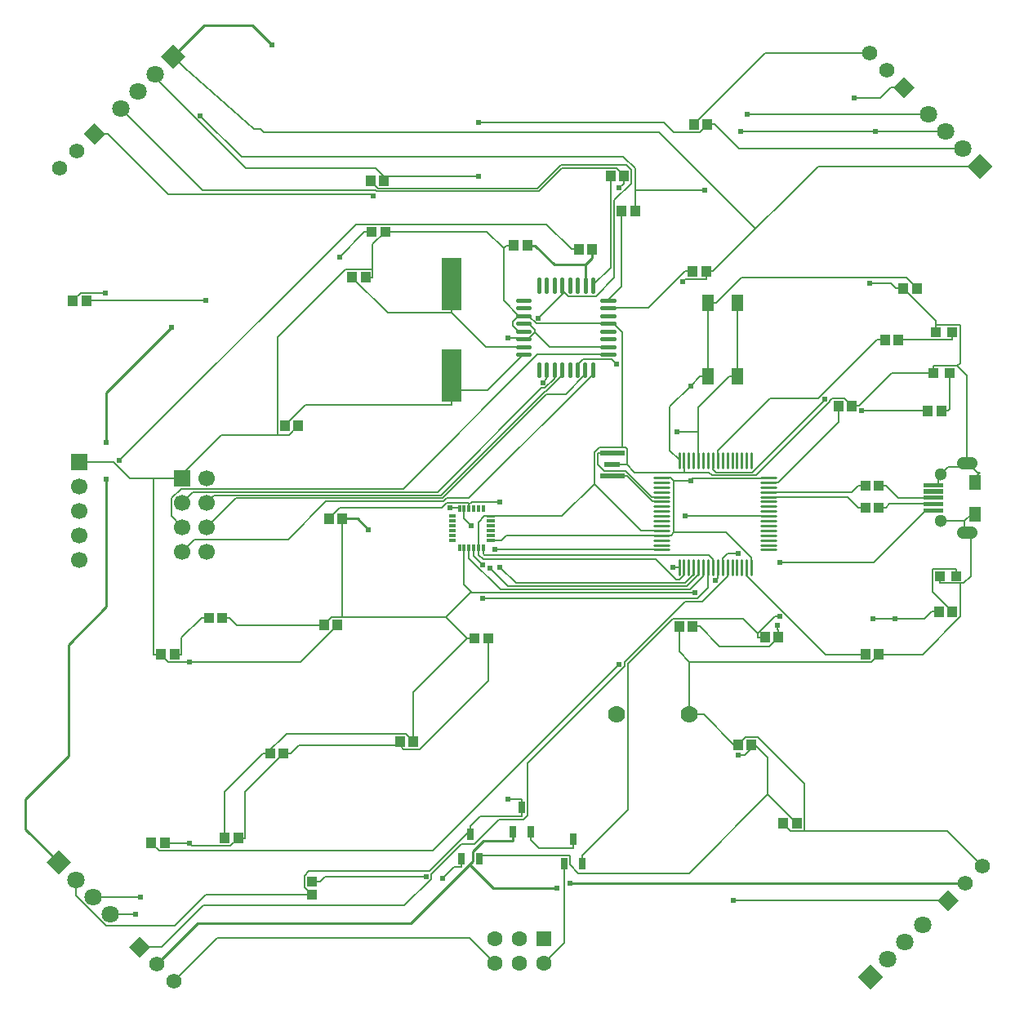
<source format=gtl>
G04 Layer: TopLayer*
G04 EasyEDA v6.4.5, 2020-09-10T17:23:05--4:00*
G04 1c95f6ef93c34f1eadd188c2f50e5772,ebf70693e8d24e819ce4a1bff5f43d4f,10*
G04 Gerber Generator version 0.2*
G04 Scale: 100 percent, Rotated: No, Reflected: No *
G04 Dimensions in millimeters *
G04 leading zeros omitted , absolute positions ,3 integer and 3 decimal *
%FSLAX33Y33*%
%MOMM*%
G90*
G71D02*

%ADD10C,0.254000*%
%ADD11C,0.159995*%
%ADD12C,0.250012*%
%ADD13C,0.450012*%
%ADD14C,0.280010*%
%ADD15C,0.610006*%
%ADD16C,0.609600*%
%ADD19R,0.999998X1.099998*%
%ADD21R,1.199896X1.599997*%
%ADD22R,0.800100X0.299720*%
%ADD23R,0.299720X0.800100*%
%ADD24R,1.999996X5.499989*%
%ADD25R,1.099998X0.999998*%
%ADD26R,0.699999X1.250010*%
%ADD27R,1.092200X0.990600*%
%ADD28R,1.199896X1.699997*%
%ADD29C,1.299997*%
%ADD30C,1.574800*%
%ADD32R,1.699997X1.699997*%
%ADD33C,1.699997*%
%ADD34C,1.599997*%
%ADD35R,1.599997X1.599997*%
%ADD37C,1.799996*%
%ADD38C,1.778000*%

%LPD*%
G54D10*
G01X34858Y53170D02*
G01X36444Y53170D01*
G01X37587Y52027D01*
G01X5429Y17511D02*
G01X2027Y20912D01*
G01X2027Y24087D01*
G01X6472Y28532D01*
G01X6472Y40089D01*
G01X10409Y44026D01*
G01X10409Y57234D01*
G01X27554Y102319D02*
G01X25522Y104351D01*
G01X20569Y104351D01*
G01X17294Y101077D01*
G01X10409Y61044D02*
G01X10409Y66251D01*
G01X17140Y72982D01*
G54D11*
G01X98509Y47201D02*
G01X98509Y47938D01*
G01X98509Y47938D02*
G01X96066Y47938D01*
G01X96020Y47892D01*
G01X96020Y45604D01*
G01X98105Y43518D01*
G01X97874Y68283D02*
G01X97874Y64517D01*
G01X97704Y64346D01*
G01X96962Y64346D02*
G01X97704Y64346D01*
G01X84847Y65510D02*
G01X84847Y65495D01*
G01X77313Y57961D01*
G01X73599Y57961D01*
G01X73279Y58281D01*
G01X73279Y59244D01*
G01X95560Y64346D02*
G01X88712Y64346D01*
G01X98128Y71738D02*
G01X93282Y71738D01*
G01X93259Y71712D01*
G01X98128Y72474D02*
G01X98128Y71738D01*
G01X92517Y71712D02*
G01X93259Y71712D01*
G01X91115Y71712D02*
G01X90374Y71712D01*
G01X73780Y59244D02*
G01X73780Y60214D01*
G01X79203Y65637D01*
G01X84201Y65637D01*
G01X90277Y71712D01*
G01X90374Y71712D01*
G01X54412Y19810D02*
G01X55215Y19007D01*
G01X58796Y19007D01*
G01X54412Y20679D02*
G01X54412Y19810D01*
G01X58796Y19876D02*
G01X58796Y19007D01*
G01X57846Y17377D02*
G01X57846Y9167D01*
G01X55748Y7069D01*
G01X35870Y78189D02*
G01X39574Y74486D01*
G01X46223Y74486D01*
G01X46223Y77478D02*
G01X46223Y74590D01*
G01X46223Y74590D02*
G01X46223Y74532D01*
G01X46223Y74532D02*
G01X46223Y74486D01*
G01X46223Y74532D02*
G01X49754Y71001D01*
G01X53666Y71001D01*
G01X28885Y62822D02*
G01X31049Y64987D01*
G01X46223Y64987D01*
G01X46223Y67979D02*
G01X46223Y66483D01*
G01X46223Y66483D02*
G01X46223Y64987D01*
G01X46223Y66483D02*
G01X49947Y66483D01*
G01X53666Y70201D01*
G01X56830Y68601D02*
G01X56830Y67697D01*
G01X55860Y66726D01*
G01X55538Y66726D01*
G01X44740Y55931D01*
G01X19393Y55931D01*
G01X18283Y54821D01*
G01X57631Y68601D02*
G01X57631Y68040D01*
G01X55995Y66404D01*
G01X55901Y66404D01*
G01X45085Y55589D01*
G01X21590Y55589D01*
G01X20823Y54821D01*
G01X70435Y78824D02*
G01X66599Y74989D01*
G01X62403Y74989D01*
G01X71176Y78824D02*
G01X70435Y78824D01*
G01X62403Y75789D02*
G01X63810Y77196D01*
G01X63810Y85047D01*
G01X60839Y77364D02*
G01X62667Y79193D01*
G01X62667Y88730D01*
G54D12*
G01X60767Y81110D02*
G01X60767Y80234D01*
G01X60038Y79508D02*
G01X56846Y79508D01*
G01X54862Y81491D01*
G01X60767Y80234D02*
G01X60038Y79508D01*
G01X60038Y79508D02*
G01X60038Y77364D01*
G01X54036Y81491D02*
G01X54862Y81491D01*
G54D11*
G01X18202Y39073D02*
G01X18202Y40816D01*
G01X20270Y42883D01*
G01X17460Y39073D02*
G01X18202Y39073D01*
G01X21014Y42883D02*
G01X20270Y42883D01*
G01X49500Y50148D02*
G01X49500Y49505D01*
G01X73279Y48144D02*
G01X73279Y48992D01*
G01X72876Y49393D01*
G01X49612Y49393D01*
G01X49500Y49505D01*
G01X48001Y50148D02*
G01X48001Y49505D01*
G01X72279Y48144D02*
G01X72279Y47217D01*
G01X70874Y45812D01*
G01X51235Y45812D01*
G01X48001Y49043D01*
G01X48001Y49505D01*
G01X79063Y56927D02*
G01X80038Y56927D01*
G01X86289Y63178D01*
G01X86289Y64854D01*
G01X76780Y48144D02*
G01X76780Y47275D01*
G01X84981Y39073D01*
G01X89083Y39073D01*
G01X79063Y55929D02*
G01X87671Y55929D01*
G01X88342Y56599D01*
G01X89086Y56599D02*
G01X88342Y56599D01*
G01X90485Y56599D02*
G01X91227Y56599D01*
G01X91227Y56599D02*
G01X92508Y55319D01*
G01X96137Y55319D01*
G01X79063Y55429D02*
G01X87227Y55429D01*
G01X88342Y54313D01*
G01X89086Y54313D02*
G01X88342Y54313D01*
G01X96137Y54669D02*
G01X91583Y54669D01*
G01X91227Y54313D01*
G01X90485Y54313D02*
G01X91227Y54313D01*
G01X71181Y41994D02*
G01X71923Y41994D01*
G01X80071Y40851D02*
G01X79137Y39917D01*
G01X74001Y39917D01*
G01X71923Y41994D01*
G01X73780Y48144D02*
G01X73780Y46980D01*
G01X73541Y46742D01*
G01X80013Y42055D02*
G01X80013Y41702D01*
G01X80071Y41644D01*
G01X80071Y40851D02*
G01X80071Y41644D01*
G01X64354Y57560D02*
G01X66985Y54928D01*
G01X67963Y54928D01*
G01X62860Y57560D02*
G01X64354Y57560D01*
G01X67963Y55429D02*
G01X66942Y55429D01*
G01X64247Y58123D01*
G01X62037Y58123D01*
G01X61369Y58791D01*
G01X61369Y59957D01*
G01X62860Y59957D02*
G01X61369Y59957D01*
G01X60028Y68601D02*
G01X60028Y68060D01*
G01X58050Y66081D01*
G01X56035Y66081D01*
G01X45220Y55266D01*
G01X23808Y55266D01*
G01X20823Y52281D01*
G01X18283Y49741D02*
G01X19553Y51011D01*
G01X29236Y51011D01*
G01X33168Y54943D01*
G01X45355Y54943D01*
G01X45698Y55286D01*
G01X48004Y55286D01*
G01X60828Y68111D01*
G01X60828Y68601D01*
G01X18283Y52281D02*
G01X17156Y53409D01*
G01X17156Y55271D01*
G01X18154Y56269D01*
G01X41192Y56269D01*
G01X55113Y70191D01*
G01X62403Y70191D01*
G54D12*
G01X52512Y20204D02*
G01X52512Y19729D01*
G01X52512Y20204D02*
G01X52512Y20679D01*
G01X52512Y19729D02*
G01X49485Y19729D01*
G01X48403Y18644D01*
G01X48403Y17598D01*
G01X48057Y17252D01*
G01X48057Y17252D02*
G01X41992Y11187D01*
G01X19861Y11187D01*
G01X15616Y6942D01*
G01X48057Y17252D02*
G01X50478Y14832D01*
G01X57115Y14832D01*
G01X58464Y15324D02*
G01X99436Y15324D01*
G54D11*
G01X59365Y81110D02*
G01X58624Y81110D01*
G01X58624Y81110D02*
G01X56030Y83704D01*
G01X36272Y83704D01*
G01X11761Y59193D01*
G01X10818Y12122D02*
G01X13386Y12122D01*
G01X63528Y87443D02*
G01X64024Y87938D01*
G01X64069Y87938D01*
G01X64069Y88730D02*
G01X64069Y87938D01*
G01X95598Y95108D02*
G01X76863Y95108D01*
G01X11905Y95688D02*
G01X20392Y87204D01*
G01X38309Y87204D01*
G01X38405Y87107D01*
G01X55240Y87107D01*
G01X57656Y89523D01*
G01X63277Y89523D01*
G01X64069Y88730D01*
G01X9023Y13917D02*
G01X13970Y13917D01*
G01X20150Y94959D02*
G01X24405Y90704D01*
G01X63983Y90704D01*
G01X65212Y89475D01*
G01X65212Y87260D01*
G01X65212Y87260D02*
G01X65212Y85047D01*
G01X65212Y87260D02*
G01X72408Y87260D01*
G01X76190Y93310D02*
G01X90145Y93310D01*
G01X90145Y93310D02*
G01X97397Y93310D01*
G01X100988Y89719D02*
G01X99472Y89719D01*
G01X72578Y78824D02*
G01X73320Y78824D01*
G01X72578Y78824D02*
G01X72578Y78032D01*
G01X72578Y78032D02*
G01X70419Y78032D01*
G01X70168Y77781D01*
G01X17295Y101077D02*
G01X17294Y101077D01*
G01X77697Y83201D02*
G01X73320Y78824D01*
G01X99472Y89719D02*
G01X84214Y89719D01*
G01X80889Y86394D01*
G01X80889Y86394D01*
G01X77697Y83201D01*
G01X17294Y101077D02*
G01X18537Y99906D01*
G01X25743Y93536D01*
G01X26361Y93536D01*
G01X26686Y93214D01*
G01X67681Y93214D01*
G01X77697Y83201D01*
G01X55634Y67275D02*
G01X56030Y67669D01*
G01X56030Y68601D01*
G01X63300Y69178D02*
G01X62810Y69668D01*
G01X59828Y69668D01*
G01X59228Y69068D01*
G01X59228Y68601D01*
G01X79063Y53427D02*
G01X70379Y53427D01*
G01X48128Y20384D02*
G01X48128Y20818D01*
G01X48128Y20818D02*
G01X48128Y21250D01*
G01X31745Y14115D02*
G01X20679Y14115D01*
G01X17529Y10968D01*
G01X10343Y10968D01*
G01X7227Y14085D01*
G01X7227Y15713D01*
G01X53462Y22309D02*
G01X49188Y22309D01*
G01X48128Y21250D01*
G01X53462Y22744D02*
G01X53462Y22309D01*
G01X53462Y22744D02*
G01X53462Y23178D01*
G01X53462Y23178D02*
G01X53462Y24044D01*
G01X96703Y43518D02*
G01X95962Y43518D01*
G01X54194Y71865D02*
G01X52060Y71865D01*
G01X31745Y14115D02*
G01X30953Y14908D01*
G01X30953Y16117D01*
G01X31405Y16569D01*
G01X43879Y16569D01*
G01X48128Y20818D01*
G01X89881Y42800D02*
G01X92136Y42800D01*
G01X95962Y43518D02*
G01X95243Y42800D01*
G01X92136Y42800D01*
G01X54194Y71865D02*
G01X53729Y71865D01*
G01X53666Y71801D01*
G01X62403Y70991D02*
G01X56373Y70991D01*
G01X54844Y72518D01*
G01X53666Y73399D02*
G01X54156Y73399D01*
G01X54844Y72711D01*
G01X54844Y72518D01*
G01X54844Y72518D02*
G01X54194Y71865D01*
G01X8316Y75776D02*
G01X9058Y75776D01*
G01X9058Y75776D02*
G01X9068Y75789D01*
G01X20737Y75789D01*
G01X53462Y24044D02*
G01X52060Y24044D01*
G01X39177Y88222D02*
G01X39177Y88631D01*
G01X15500Y99282D02*
G01X15500Y98837D01*
G01X24826Y89508D01*
G01X38301Y89508D01*
G01X39177Y88631D01*
G01X39177Y88631D02*
G01X48967Y88631D01*
G01X72705Y94064D02*
G01X73447Y94064D01*
G01X48967Y94288D02*
G01X68192Y94288D01*
G01X69208Y93272D01*
G01X71913Y93272D01*
G01X72705Y94064D01*
G01X99193Y91514D02*
G01X75995Y91514D01*
G01X73447Y94064D01*
G01X57885Y76635D02*
G01X55184Y73935D01*
G01X37775Y88222D02*
G01X38568Y87430D01*
G01X55106Y87430D01*
G01X57521Y89846D01*
G01X64346Y89846D01*
G01X64811Y89381D01*
G01X64811Y87938D01*
G01X63069Y86196D01*
G01X63069Y78182D01*
G01X61138Y76251D01*
G01X58268Y76251D01*
G01X57885Y76635D01*
G01X57885Y76635D02*
G01X57641Y76879D01*
G01X57641Y77364D01*
G01X38083Y86655D02*
G01X37956Y86782D01*
G01X16797Y86782D01*
G01X10514Y93066D01*
G01X9157Y93066D02*
G01X10514Y93066D01*
G01X67963Y49927D02*
G01X50689Y49927D01*
G01X50676Y49942D01*
G01X74778Y48144D02*
G01X74778Y47207D01*
G01X72162Y44588D01*
G01X70419Y44588D01*
G01X64120Y38289D01*
G01X64120Y37834D01*
G01X54054Y27768D01*
G01X54054Y22375D01*
G01X53610Y21928D01*
G01X51113Y21928D01*
G01X48596Y19411D01*
G01X47244Y19411D01*
G01X44080Y16249D01*
G01X44080Y15794D01*
G01X41303Y13018D01*
G01X20417Y13018D01*
G01X16137Y8738D01*
G01X13821Y8738D01*
G01X91748Y97857D02*
G01X90673Y96780D01*
G01X87943Y96780D01*
G01X75926Y49571D02*
G01X74839Y49571D01*
G01X74280Y49012D01*
G01X74280Y48144D01*
G01X93104Y97857D02*
G01X91748Y97857D01*
G01X97641Y13529D02*
G01X75390Y13529D01*
G01X69779Y48144D02*
G01X69165Y48144D01*
G01X46028Y54263D02*
G01X46909Y54263D01*
G01X47011Y54161D01*
G01X72779Y48144D02*
G01X72779Y46010D01*
G01X71677Y44910D01*
G01X49403Y44910D01*
G01X47493Y54161D02*
G01X47493Y53170D01*
G01X48255Y52408D01*
G01X71778Y48144D02*
G01X71778Y47328D01*
G01X70585Y46135D01*
G01X52063Y46135D01*
G01X50188Y48007D01*
G01X49439Y48380D02*
G01X48509Y49310D01*
G01X48509Y50148D01*
G01X37905Y82888D02*
G01X37161Y82888D01*
G01X37161Y82888D02*
G01X34567Y80293D01*
G01X75814Y67902D02*
G01X75393Y67902D01*
G01X75393Y67902D02*
G01X74971Y67902D01*
G01X75393Y67902D02*
G01X75814Y68324D01*
G01X75814Y75522D01*
G01X15042Y19515D02*
G01X15842Y18715D01*
G01X44229Y18715D01*
G01X63574Y38060D01*
G01X69543Y62126D02*
G01X71778Y62126D01*
G01X71778Y62126D01*
G01X74971Y67902D02*
G01X71778Y64710D01*
G01X71778Y62126D01*
G01X71778Y62126D02*
G01X71778Y59244D01*
G01X22662Y20023D02*
G01X22662Y24829D01*
G01X26620Y28786D01*
G01X22413Y42883D02*
G01X23155Y42883D01*
G01X48573Y40724D02*
G01X47829Y40724D01*
G01X32949Y42121D02*
G01X23917Y42121D01*
G01X23155Y42883D01*
G01X42225Y30056D02*
G01X42225Y35119D01*
G01X47829Y40724D01*
G01X72766Y75522D02*
G01X73610Y75522D01*
G01X72766Y75522D02*
G01X72766Y67902D01*
G01X72766Y67902D02*
G01X71923Y67902D01*
G01X73610Y75522D02*
G01X76208Y78121D01*
G01X93345Y78121D01*
G01X94422Y77046D01*
G01X32949Y42121D02*
G01X33742Y42914D01*
G01X34859Y42914D01*
G01X69215Y57123D02*
G01X68911Y57427D01*
G01X67963Y57427D01*
G01X27364Y28786D02*
G01X26990Y28786D01*
G01X26990Y28786D02*
G01X26620Y28786D01*
G01X26990Y28786D02*
G01X29053Y30849D01*
G01X41433Y30849D01*
G01X42225Y30056D01*
G01X77277Y29675D02*
G01X77648Y29675D01*
G01X78982Y24540D02*
G01X70828Y16386D01*
G01X59353Y16386D01*
G01X58451Y17288D01*
G01X58451Y18197D01*
G01X58400Y18245D01*
G01X49439Y18245D01*
G01X49078Y17885D01*
G01X77648Y29675D02*
G01X78982Y28339D01*
G01X78982Y24540D01*
G01X78982Y24540D02*
G01X81976Y21547D01*
G01X34859Y42914D02*
G01X45639Y42914D01*
G01X45639Y42914D02*
G01X47829Y40724D01*
G01X69215Y57123D02*
G01X69215Y51715D01*
G01X69215Y51715D02*
G01X68931Y51428D01*
G01X67963Y51428D01*
G01X77280Y48144D02*
G01X77280Y49094D01*
G01X74659Y51715D01*
G01X69215Y51715D01*
G01X34859Y42914D02*
G01X34859Y53170D01*
G01X67963Y51428D02*
G01X51839Y51428D01*
G01X51321Y50910D01*
G01X50262Y50910D01*
G01X79063Y57427D02*
G01X78951Y57316D01*
G01X71151Y57316D01*
G01X70958Y57123D01*
G01X70958Y57123D02*
G01X69215Y57123D01*
G01X77648Y29675D02*
G01X76599Y28626D01*
G01X75946Y28626D01*
G01X45639Y42914D02*
G01X48260Y45535D01*
G01X71451Y45456D02*
G01X48339Y45456D01*
G01X48260Y45535D01*
G01X48260Y45535D02*
G01X47493Y46302D01*
G01X47493Y50148D01*
G01X71923Y67902D02*
G01X70958Y66937D01*
G01X69779Y59244D02*
G01X68829Y60194D01*
G01X68829Y64809D01*
G01X70958Y66937D01*
G01X48001Y54804D02*
G01X45670Y54804D01*
G01X45164Y54298D01*
G01X34585Y54298D01*
G01X33457Y53170D01*
G01X48001Y54402D02*
G01X48001Y54161D01*
G01X48001Y54402D02*
G01X48001Y54603D01*
G01X48001Y54603D02*
G01X48001Y54804D01*
G01X48001Y54603D02*
G01X48321Y54921D01*
G01X51222Y54921D01*
G01X71278Y48144D02*
G01X71278Y47306D01*
G01X70430Y46457D01*
G01X52904Y46457D01*
G01X51222Y48139D01*
G01X78669Y40851D02*
G01X77928Y40851D01*
G01X80186Y48573D02*
G01X89957Y48573D01*
G01X95403Y54019D01*
G01X96137Y54019D02*
G01X95403Y54019D01*
G01X95403Y54019D01*
G01X77928Y41258D02*
G01X79685Y43016D01*
G01X80186Y43016D01*
G01X77928Y40851D02*
G01X77928Y41258D01*
G01X77928Y41258D02*
G01X76399Y42787D01*
G01X69144Y42787D01*
G01X64443Y38085D01*
G01X64443Y22942D01*
G01X59746Y18243D01*
G01X59746Y17377D02*
G01X59746Y18243D01*
G01X17737Y57361D02*
G01X17798Y57361D01*
G01X17737Y57361D02*
G01X17191Y57361D01*
G01X18283Y57361D02*
G01X17798Y57361D01*
G01X16444Y19515D02*
G01X17186Y19515D01*
G01X75875Y29675D02*
G01X75504Y29675D01*
G01X71303Y94064D02*
G01X78690Y101448D01*
G01X89513Y101448D01*
G01X96922Y57760D02*
G01X96645Y57483D01*
G01X96645Y56620D01*
G01X100433Y53646D02*
G01X100100Y53646D01*
G01X100099Y53645D01*
G01X99370Y52919D02*
G01X100099Y53645D01*
G01X100958Y57969D02*
G01X100699Y57969D01*
G01X100130Y58535D01*
G01X100130Y58535D02*
G01X97697Y58535D01*
G01X96922Y57760D01*
G01X100449Y56925D02*
G01X100449Y57460D01*
G01X100958Y57968D01*
G01X96172Y68283D02*
G01X96172Y69020D01*
G01X88433Y64854D02*
G01X91862Y68283D01*
G01X96172Y68283D01*
G01X87691Y64854D02*
G01X88433Y64854D01*
G01X70851Y32850D02*
G01X72329Y32850D01*
G01X75504Y29675D01*
G01X100130Y58535D02*
G01X100036Y58535D01*
G01X99622Y58949D01*
G01X96807Y47201D02*
G01X96807Y46465D01*
G01X100000Y51710D02*
G01X99622Y51710D01*
G01X99370Y52919D02*
G01X99370Y52337D01*
G01X100000Y51710D01*
G01X24806Y20023D02*
G01X24806Y24829D01*
G01X28763Y28786D01*
G01X24064Y20023D02*
G01X24806Y20023D01*
G01X53666Y72601D02*
G01X53130Y72601D01*
G01X52566Y73165D01*
G01X52566Y73630D01*
G01X53137Y74199D01*
G01X53137Y74199D02*
G01X53666Y74199D01*
G01X70851Y32850D02*
G01X70851Y38281D01*
G01X28763Y28786D02*
G01X29505Y28786D01*
G01X70851Y38281D02*
G01X89693Y38281D01*
G01X90485Y39073D01*
G01X98974Y46465D02*
G01X98974Y42995D01*
G01X95052Y39073D01*
G01X90485Y39073D01*
G01X100000Y51710D02*
G01X100000Y47179D01*
G01X99284Y46465D01*
G01X98974Y46465D01*
G01X98974Y46465D02*
G01X96807Y46465D01*
G01X99622Y58949D02*
G01X99622Y68037D01*
G01X98639Y69020D01*
G01X98639Y69020D02*
G01X96172Y69020D01*
G01X96426Y73216D02*
G01X98870Y73216D01*
G01X98918Y73170D01*
G01X98918Y69299D01*
G01X98639Y69020D01*
G01X93020Y77046D02*
G01X96426Y73640D01*
G01X96426Y73216D01*
G01X96426Y73216D02*
G01X96426Y72474D01*
G01X45225Y15832D02*
G01X46409Y17016D01*
G01X47178Y17016D01*
G01X47178Y17885D02*
G01X47178Y17016D01*
G01X93020Y77046D02*
G01X92279Y77046D01*
G01X92279Y77046D02*
G01X91750Y77575D01*
G01X89513Y77575D01*
G01X17412Y5147D02*
G01X21931Y9665D01*
G01X48072Y9665D01*
G01X50668Y7069D01*
G01X52634Y81491D02*
G01X51893Y81491D01*
G01X51583Y81179D02*
G01X51583Y75754D01*
G01X53137Y74199D01*
G01X51583Y81179D02*
G01X51893Y81491D01*
G01X40823Y30056D02*
G01X40823Y29660D01*
G01X49972Y40724D02*
G01X49972Y36315D01*
G01X42921Y29264D01*
G01X41220Y29264D01*
G01X40823Y29660D01*
G01X70851Y38281D02*
G01X69779Y39353D01*
G01X69779Y41994D01*
G01X62403Y73389D02*
G01X62980Y73389D01*
G01X63846Y72523D01*
G01X63846Y60549D01*
G01X99370Y52919D02*
G01X96922Y52919D01*
G01X96922Y52919D01*
G01X51583Y81179D02*
G01X49873Y82888D01*
G01X39304Y82888D01*
G01X16058Y39073D02*
G01X15317Y39073D01*
G01X15317Y57361D02*
G01X15317Y39073D01*
G01X17191Y57361D02*
G01X15317Y57361D01*
G01X15317Y57361D02*
G01X12820Y57361D01*
G01X11169Y59012D01*
G01X7615Y59012D01*
G01X17186Y19515D02*
G01X18977Y19515D01*
G01X18977Y19515D02*
G01X19261Y19231D01*
G01X23272Y19231D01*
G01X24064Y20023D01*
G01X43531Y16020D02*
G01X33043Y16020D01*
G01X32538Y15517D01*
G01X31745Y15517D02*
G01X32538Y15517D01*
G01X40823Y29660D02*
G01X30379Y29660D01*
G01X29505Y28786D01*
G01X34351Y42121D02*
G01X30508Y38278D01*
G01X18977Y38278D01*
G01X18977Y38278D02*
G01X16853Y38278D01*
G01X16058Y39073D01*
G01X37272Y78189D02*
G01X38014Y78189D01*
G01X82726Y20755D02*
G01X82726Y25672D01*
G01X77928Y30468D01*
G01X76668Y30468D01*
G01X75875Y29675D01*
G01X82726Y20755D02*
G01X81369Y20755D01*
G01X80574Y21547D01*
G01X38014Y78189D02*
G01X38014Y79040D01*
G01X38014Y79040D02*
G01X38014Y81598D01*
G01X39304Y82888D01*
G01X82726Y20755D02*
G01X97597Y20755D01*
G01X101232Y17120D01*
G01X63846Y60549D02*
G01X61476Y60549D01*
G01X60983Y60056D01*
G01X60983Y56780D01*
G01X50262Y53399D02*
G01X57600Y53399D01*
G01X60983Y56780D01*
G01X60983Y56780D02*
G01X65835Y51928D01*
G01X67963Y51928D01*
G01X62860Y58758D02*
G01X63902Y58758D01*
G01X64389Y58758D02*
G01X63902Y58758D01*
G01X64389Y58758D02*
G01X64389Y60369D01*
G01X64207Y60549D01*
G01X63846Y60549D01*
G01X28144Y61860D02*
G01X29325Y61860D01*
G01X30287Y62822D01*
G01X38014Y79040D02*
G01X35210Y79040D01*
G01X28144Y71974D01*
G01X28144Y61860D01*
G01X28144Y61860D02*
G01X22297Y61860D01*
G01X17798Y57361D01*
G01X49017Y50148D02*
G01X49017Y52797D01*
G01X49619Y53399D01*
G01X50262Y53399D01*
G01X70280Y59244D02*
G01X70280Y57961D01*
G01X64389Y58758D02*
G01X65187Y57961D01*
G01X70280Y57961D01*
G01X87691Y64854D02*
G01X86899Y65647D01*
G01X85659Y65647D01*
G01X85395Y65380D01*
G01X85395Y65284D01*
G01X77750Y57638D01*
G01X73185Y57638D01*
G01X72863Y57961D01*
G01X70280Y57961D01*
G01X70280Y48144D02*
G01X70280Y47313D01*
G01X69812Y46846D01*
G01X69457Y46846D01*
G01X67374Y48929D01*
G01X49459Y48929D01*
G01X49017Y49371D01*
G01X49017Y50148D01*
G01X62403Y73389D02*
G01X62403Y73389D01*
G01X54958Y73389D01*
G01X54148Y74199D01*
G01X53666Y74199D01*
G01X10315Y76579D02*
G01X7717Y76579D01*
G01X6914Y75776D01*
G54D13*
G01X55240Y77964D02*
G01X55240Y76764D01*
G01X56040Y77964D02*
G01X56040Y76764D01*
G01X56841Y77964D02*
G01X56841Y76764D01*
G01X57641Y77964D02*
G01X57641Y76764D01*
G01X58438Y77964D02*
G01X58438Y76764D01*
G01X59238Y77964D02*
G01X59238Y76764D01*
G01X60038Y77964D02*
G01X60038Y76764D01*
G01X60839Y77964D02*
G01X60839Y76764D01*
G01X61803Y75789D02*
G01X63003Y75789D01*
G01X61803Y74989D02*
G01X63003Y74989D01*
G01X61803Y74189D02*
G01X63003Y74189D01*
G01X61803Y73389D02*
G01X63003Y73389D01*
G01X61803Y72591D02*
G01X63003Y72591D01*
G01X61803Y71791D02*
G01X63003Y71791D01*
G01X61803Y70991D02*
G01X63003Y70991D01*
G01X61803Y70191D02*
G01X63003Y70191D01*
G01X60828Y69201D02*
G01X60828Y68001D01*
G01X60028Y69201D02*
G01X60028Y68001D01*
G01X59228Y69201D02*
G01X59228Y68001D01*
G01X58428Y69201D02*
G01X58428Y68001D01*
G01X57631Y69201D02*
G01X57631Y68001D01*
G01X56830Y69201D02*
G01X56830Y68001D01*
G01X56030Y69201D02*
G01X56030Y68001D01*
G01X55230Y69201D02*
G01X55230Y68001D01*
G01X53066Y70201D02*
G01X54266Y70201D01*
G01X53066Y71001D02*
G01X54266Y71001D01*
G01X53066Y71801D02*
G01X54266Y71801D01*
G01X53066Y72601D02*
G01X54266Y72601D01*
G01X53066Y73399D02*
G01X54266Y73399D01*
G01X53066Y74199D02*
G01X54266Y74199D01*
G01X53066Y74999D02*
G01X54266Y74999D01*
G01X53066Y75799D02*
G01X54266Y75799D01*
G54D14*
G01X69778Y59988D02*
G01X69778Y58468D01*
G01X70278Y59988D02*
G01X70278Y58468D01*
G01X70778Y59988D02*
G01X70778Y58468D01*
G01X71278Y59988D02*
G01X71278Y58468D01*
G01X71778Y59988D02*
G01X71778Y58468D01*
G01X72278Y59988D02*
G01X72278Y58468D01*
G01X72778Y59988D02*
G01X72778Y58468D01*
G01X73278Y59988D02*
G01X73278Y58468D01*
G01X73778Y59988D02*
G01X73778Y58468D01*
G01X74278Y59988D02*
G01X74278Y58468D01*
G01X74778Y59988D02*
G01X74778Y58468D01*
G01X75278Y59988D02*
G01X75278Y58468D01*
G01X75778Y59988D02*
G01X75778Y58468D01*
G01X76278Y59988D02*
G01X76278Y58468D01*
G01X76778Y59988D02*
G01X76778Y58468D01*
G01X77278Y59988D02*
G01X77278Y58468D01*
G01X78318Y57429D02*
G01X79838Y57429D01*
G01X78318Y56928D02*
G01X79838Y56928D01*
G01X78318Y56429D02*
G01X79838Y56429D01*
G01X78318Y55928D02*
G01X79838Y55928D01*
G01X78318Y55429D02*
G01X79838Y55429D01*
G01X78318Y54928D02*
G01X79838Y54928D01*
G01X78318Y54429D02*
G01X79838Y54429D01*
G01X78318Y53928D02*
G01X79838Y53928D01*
G01X78318Y53429D02*
G01X79838Y53429D01*
G01X78318Y52928D02*
G01X79838Y52928D01*
G01X78318Y52429D02*
G01X79838Y52429D01*
G01X78318Y51928D02*
G01X79838Y51928D01*
G01X78318Y51429D02*
G01X79838Y51429D01*
G01X78318Y50928D02*
G01X79838Y50928D01*
G01X78318Y50429D02*
G01X79838Y50429D01*
G01X78318Y49928D02*
G01X79838Y49928D01*
G01X77278Y48889D02*
G01X77278Y47369D01*
G01X76778Y48889D02*
G01X76778Y47369D01*
G01X76278Y48889D02*
G01X76278Y47369D01*
G01X75778Y48889D02*
G01X75778Y47369D01*
G01X75278Y48889D02*
G01X75278Y47369D01*
G01X74778Y48889D02*
G01X74778Y47369D01*
G01X74278Y48889D02*
G01X74278Y47369D01*
G01X73778Y48889D02*
G01X73778Y47369D01*
G01X73278Y48889D02*
G01X73278Y47369D01*
G01X72778Y48889D02*
G01X72778Y47369D01*
G01X72278Y48889D02*
G01X72278Y47369D01*
G01X71778Y48889D02*
G01X71778Y47369D01*
G01X71278Y48889D02*
G01X71278Y47369D01*
G01X70778Y48889D02*
G01X70778Y47369D01*
G01X70278Y48889D02*
G01X70278Y47369D01*
G01X69778Y48889D02*
G01X69778Y47369D01*
G01X67218Y49928D02*
G01X68738Y49928D01*
G01X67218Y50429D02*
G01X68738Y50429D01*
G01X67218Y50928D02*
G01X68738Y50928D01*
G01X67218Y51429D02*
G01X68738Y51429D01*
G01X67218Y51928D02*
G01X68738Y51928D01*
G01X67218Y52429D02*
G01X68738Y52429D01*
G01X67218Y52928D02*
G01X68738Y52928D01*
G01X67218Y53429D02*
G01X68738Y53429D01*
G01X67218Y53928D02*
G01X68738Y53928D01*
G01X67218Y54429D02*
G01X68738Y54429D01*
G01X67218Y54928D02*
G01X68738Y54928D01*
G01X67218Y55429D02*
G01X68738Y55429D01*
G01X67218Y55928D02*
G01X68738Y55928D01*
G01X67218Y56429D02*
G01X68738Y56429D01*
G01X67218Y56928D02*
G01X68738Y56928D01*
G01X67218Y57429D02*
G01X68738Y57429D01*
G36*
G01X61610Y60207D02*
G01X64110Y60207D01*
G01X64110Y59707D01*
G01X61610Y59707D01*
G01X61610Y60207D01*
G37*
G36*
G01X62060Y59008D02*
G01X63660Y59008D01*
G01X63660Y58509D01*
G01X62060Y58509D01*
G01X62060Y59008D01*
G37*
G36*
G01X61610Y57810D02*
G01X64110Y57810D01*
G01X64110Y57310D01*
G01X61610Y57310D01*
G01X61610Y57810D01*
G37*
G36*
G01X78170Y41401D02*
G01X79170Y41401D01*
G01X79170Y40301D01*
G01X78170Y40301D01*
G01X78170Y41401D01*
G37*
G36*
G01X79570Y41401D02*
G01X80570Y41401D01*
G01X80570Y40301D01*
G01X79570Y40301D01*
G01X79570Y41401D01*
G37*
G36*
G01X32958Y53720D02*
G01X33958Y53720D01*
G01X33958Y52620D01*
G01X32958Y52620D01*
G01X32958Y53720D01*
G37*
G36*
G01X34358Y53720D02*
G01X35358Y53720D01*
G01X35358Y52620D01*
G01X34358Y52620D01*
G01X34358Y53720D01*
G37*
G36*
G01X14543Y20065D02*
G01X15543Y20065D01*
G01X15543Y18965D01*
G01X14543Y18965D01*
G01X14543Y20065D01*
G37*
G36*
G01X15943Y20065D02*
G01X16943Y20065D01*
G01X16943Y18965D01*
G01X15943Y18965D01*
G01X15943Y20065D01*
G37*
G36*
G01X69280Y42544D02*
G01X70280Y42544D01*
G01X70280Y41444D01*
G01X69280Y41444D01*
G01X69280Y42544D01*
G37*
G36*
G01X70680Y42544D02*
G01X71680Y42544D01*
G01X71680Y41444D01*
G01X70680Y41444D01*
G01X70680Y42544D01*
G37*
G54D19*
G01X90484Y54313D03*
G01X89085Y54313D03*
G01X90484Y56599D03*
G01X89085Y56599D03*
G36*
G01X88584Y39623D02*
G01X89584Y39623D01*
G01X89584Y38523D01*
G01X88584Y38523D01*
G01X88584Y39623D01*
G37*
G36*
G01X89984Y39623D02*
G01X90984Y39623D01*
G01X90984Y38523D01*
G01X89984Y38523D01*
G01X89984Y39623D01*
G37*
G36*
G01X85790Y65404D02*
G01X86790Y65404D01*
G01X86790Y64304D01*
G01X85790Y64304D01*
G01X85790Y65404D01*
G37*
G36*
G01X87190Y65404D02*
G01X88190Y65404D01*
G01X88190Y64304D01*
G01X87190Y64304D01*
G01X87190Y65404D01*
G37*
G01X49971Y40724D03*
G01X48572Y40724D03*
G36*
G01X92521Y77596D02*
G01X93521Y77596D01*
G01X93521Y76496D01*
G01X92521Y76496D01*
G01X92521Y77596D01*
G37*
G36*
G01X93921Y77596D02*
G01X94921Y77596D01*
G01X94921Y76496D01*
G01X93921Y76496D01*
G01X93921Y77596D01*
G37*
G36*
G01X40324Y30606D02*
G01X41324Y30606D01*
G01X41324Y29506D01*
G01X40324Y29506D01*
G01X40324Y30606D01*
G37*
G36*
G01X41724Y30606D02*
G01X42724Y30606D01*
G01X42724Y29506D01*
G01X41724Y29506D01*
G01X41724Y30606D01*
G37*
G36*
G01X80075Y22097D02*
G01X81075Y22097D01*
G01X81075Y20997D01*
G01X80075Y20997D01*
G01X80075Y22097D01*
G37*
G36*
G01X81475Y22097D02*
G01X82475Y22097D01*
G01X82475Y20997D01*
G01X81475Y20997D01*
G01X81475Y22097D01*
G37*
G01X28762Y28786D03*
G01X27363Y28786D03*
G36*
G01X95137Y56844D02*
G01X97137Y56844D01*
G01X97137Y56394D01*
G01X95137Y56394D01*
G01X95137Y56844D01*
G37*
G36*
G01X95137Y56194D02*
G01X97137Y56194D01*
G01X97137Y55744D01*
G01X95137Y55744D01*
G01X95137Y56194D01*
G37*
G36*
G01X95137Y55544D02*
G01X97137Y55544D01*
G01X97137Y55094D01*
G01X95137Y55094D01*
G01X95137Y55544D01*
G37*
G36*
G01X95137Y54894D02*
G01X97137Y54894D01*
G01X97137Y54444D01*
G01X95137Y54444D01*
G01X95137Y54894D01*
G37*
G36*
G01X95137Y54244D02*
G01X97137Y54244D01*
G01X97137Y53794D01*
G01X95137Y53794D01*
G01X95137Y54244D01*
G37*
G54D21*
G01X100449Y56925D03*
G01X100433Y53646D03*
G54D22*
G01X46249Y53399D03*
G01X46249Y52916D03*
G01X46249Y52408D03*
G01X46249Y51900D03*
G01X46249Y51392D03*
G01X46249Y50910D03*
G54D23*
G01X47011Y50148D03*
G01X47493Y50148D03*
G01X48001Y50148D03*
G01X48509Y50148D03*
G01X49017Y50148D03*
G01X49500Y50148D03*
G36*
G01X49862Y51060D02*
G01X50662Y51060D01*
G01X50662Y50760D01*
G01X49862Y50760D01*
G01X49862Y51060D01*
G37*
G36*
G01X49862Y51542D02*
G01X50662Y51542D01*
G01X50662Y51243D01*
G01X49862Y51243D01*
G01X49862Y51542D01*
G37*
G36*
G01X49862Y52050D02*
G01X50662Y52050D01*
G01X50662Y51751D01*
G01X49862Y51751D01*
G01X49862Y52050D01*
G37*
G36*
G01X49862Y52558D02*
G01X50662Y52558D01*
G01X50662Y52259D01*
G01X49862Y52259D01*
G01X49862Y52558D01*
G37*
G36*
G01X49862Y53066D02*
G01X50662Y53066D01*
G01X50662Y52767D01*
G01X49862Y52767D01*
G01X49862Y53066D01*
G37*
G36*
G01X49862Y53549D02*
G01X50662Y53549D01*
G01X50662Y53249D01*
G01X49862Y53249D01*
G01X49862Y53549D01*
G37*
G01X49500Y54161D03*
G01X49017Y54161D03*
G01X48509Y54161D03*
G01X48001Y54161D03*
G01X47493Y54161D03*
G01X47011Y54161D03*
G54D19*
G01X39303Y82888D03*
G01X37904Y82888D03*
G01X22412Y42883D03*
G01X21013Y42883D03*
G36*
G01X15559Y39623D02*
G01X16559Y39623D01*
G01X16559Y38523D01*
G01X15559Y38523D01*
G01X15559Y39623D01*
G37*
G36*
G01X16959Y39623D02*
G01X17959Y39623D01*
G01X17959Y38523D01*
G01X16959Y38523D01*
G01X16959Y39623D01*
G37*
G36*
G01X32450Y42671D02*
G01X33450Y42671D01*
G01X33450Y41571D01*
G01X32450Y41571D01*
G01X32450Y42671D01*
G37*
G36*
G01X33850Y42671D02*
G01X34850Y42671D01*
G01X34850Y41571D01*
G01X33850Y41571D01*
G01X33850Y42671D01*
G37*
G54D24*
G01X46223Y67978D03*
G01X46223Y77479D03*
G36*
G01X35371Y78739D02*
G01X36371Y78739D01*
G01X36371Y77639D01*
G01X35371Y77639D01*
G01X35371Y78739D01*
G37*
G36*
G01X36771Y78739D02*
G01X37771Y78739D01*
G01X37771Y77639D01*
G01X36771Y77639D01*
G01X36771Y78739D01*
G37*
G36*
G01X28386Y63372D02*
G01X29386Y63372D01*
G01X29386Y62272D01*
G01X28386Y62272D01*
G01X28386Y63372D01*
G37*
G36*
G01X29786Y63372D02*
G01X30786Y63372D01*
G01X30786Y62272D01*
G01X29786Y62272D01*
G01X29786Y63372D01*
G37*
G54D25*
G01X31745Y15516D03*
G01X31745Y14116D03*
G36*
G01X70804Y94614D02*
G01X71804Y94614D01*
G01X71804Y93514D01*
G01X70804Y93514D01*
G01X70804Y94614D01*
G37*
G36*
G01X72204Y94614D02*
G01X73204Y94614D01*
G01X73204Y93514D01*
G01X72204Y93514D01*
G01X72204Y94614D01*
G37*
G36*
G01X6415Y76326D02*
G01X7415Y76326D01*
G01X7415Y75226D01*
G01X6415Y75226D01*
G01X6415Y76326D01*
G37*
G36*
G01X7815Y76326D02*
G01X8815Y76326D01*
G01X8815Y75226D01*
G01X7815Y75226D01*
G01X7815Y76326D01*
G37*
G36*
G01X37276Y88772D02*
G01X38276Y88772D01*
G01X38276Y87672D01*
G01X37276Y87672D01*
G01X37276Y88772D01*
G37*
G36*
G01X38676Y88772D02*
G01X39676Y88772D01*
G01X39676Y87672D01*
G01X38676Y87672D01*
G01X38676Y88772D01*
G37*
G54D26*
G01X48128Y20384D03*
G01X49078Y17885D03*
G01X47178Y17885D03*
G36*
G01X75376Y30225D02*
G01X76376Y30225D01*
G01X76376Y29125D01*
G01X75376Y29125D01*
G01X75376Y30225D01*
G37*
G36*
G01X76776Y30225D02*
G01X77776Y30225D01*
G01X77776Y29125D01*
G01X76776Y29125D01*
G01X76776Y30225D01*
G37*
G36*
G01X22163Y20573D02*
G01X23163Y20573D01*
G01X23163Y19473D01*
G01X22163Y19473D01*
G01X22163Y20573D01*
G37*
G36*
G01X23563Y20573D02*
G01X24563Y20573D01*
G01X24563Y19473D01*
G01X23563Y19473D01*
G01X23563Y20573D01*
G37*
G36*
G01X70677Y79374D02*
G01X71677Y79374D01*
G01X71677Y78274D01*
G01X70677Y78274D01*
G01X70677Y79374D01*
G37*
G36*
G01X72077Y79374D02*
G01X73077Y79374D01*
G01X73077Y78274D01*
G01X72077Y78274D01*
G01X72077Y79374D01*
G37*
G36*
G01X63311Y85597D02*
G01X64311Y85597D01*
G01X64311Y84497D01*
G01X63311Y84497D01*
G01X63311Y85597D01*
G37*
G36*
G01X64711Y85597D02*
G01X65711Y85597D01*
G01X65711Y84497D01*
G01X64711Y84497D01*
G01X64711Y85597D01*
G37*
G36*
G01X62168Y89280D02*
G01X63168Y89280D01*
G01X63168Y88180D01*
G01X62168Y88180D01*
G01X62168Y89280D01*
G37*
G36*
G01X63568Y89280D02*
G01X64568Y89280D01*
G01X64568Y88180D01*
G01X63568Y88180D01*
G01X63568Y89280D01*
G37*
G01X58796Y19876D03*
G01X59746Y17377D03*
G01X57846Y17377D03*
G01X53462Y23178D03*
G01X54412Y20679D03*
G01X52512Y20679D03*
G36*
G01X58866Y81660D02*
G01X59866Y81660D01*
G01X59866Y80560D01*
G01X58866Y80560D01*
G01X58866Y81660D01*
G37*
G36*
G01X60266Y81660D02*
G01X61266Y81660D01*
G01X61266Y80560D01*
G01X60266Y80560D01*
G01X60266Y81660D01*
G37*
G36*
G01X52135Y82041D02*
G01X53135Y82041D01*
G01X53135Y80941D01*
G01X52135Y80941D01*
G01X52135Y82041D01*
G37*
G36*
G01X53535Y82041D02*
G01X54535Y82041D01*
G01X54535Y80941D01*
G01X53535Y80941D01*
G01X53535Y82041D01*
G37*
G36*
G01X90616Y72262D02*
G01X91616Y72262D01*
G01X91616Y71162D01*
G01X90616Y71162D01*
G01X90616Y72262D01*
G37*
G36*
G01X92016Y72262D02*
G01X93016Y72262D01*
G01X93016Y71162D01*
G01X92016Y71162D01*
G01X92016Y72262D01*
G37*
G36*
G01X95061Y64896D02*
G01X96061Y64896D01*
G01X96061Y63796D01*
G01X95061Y63796D01*
G01X95061Y64896D01*
G37*
G36*
G01X96461Y64896D02*
G01X97461Y64896D01*
G01X97461Y63796D01*
G01X96461Y63796D01*
G01X96461Y64896D01*
G37*
G54D27*
G01X98128Y72474D03*
G01X96426Y72474D03*
G01X97874Y68283D03*
G01X96172Y68283D03*
G36*
G01X96204Y44068D02*
G01X97204Y44068D01*
G01X97204Y42968D01*
G01X96204Y42968D01*
G01X96204Y44068D01*
G37*
G36*
G01X97604Y44068D02*
G01X98604Y44068D01*
G01X98604Y42968D01*
G01X97604Y42968D01*
G01X97604Y44068D01*
G37*
G01X98509Y47201D03*
G01X96807Y47201D03*
G54D28*
G01X75814Y75522D03*
G01X72766Y75522D03*
G01X75814Y67902D03*
G01X72766Y67902D03*
G54D29*
G01X96922Y52919D03*
G01X96922Y57760D03*
G54D30*
G01X101232Y17120D03*
G01X99436Y15324D03*
G36*
G01X96527Y13528D02*
G01X97640Y14642D01*
G01X98754Y13528D01*
G01X97640Y12415D01*
G01X96527Y13528D01*
G37*
G01X89512Y101448D03*
G01X91308Y99652D03*
G36*
G01X93104Y96743D02*
G01X91991Y97856D01*
G01X93104Y98970D01*
G01X94218Y97856D01*
G01X93104Y96743D01*
G37*
G01X17412Y5146D03*
G01X15616Y6942D03*
G36*
G01X13820Y9852D02*
G01X14934Y8739D01*
G01X13820Y7625D01*
G01X12707Y8739D01*
G01X13820Y9852D01*
G37*
G01X5565Y89474D03*
G01X7361Y91270D03*
G36*
G01X10271Y93067D02*
G01X9157Y91953D01*
G01X8044Y93067D01*
G01X9157Y94180D01*
G01X10271Y93067D01*
G37*
G54D32*
G01X18283Y57361D03*
G54D33*
G01X20823Y57361D03*
G01X18283Y54821D03*
G01X20823Y54821D03*
G01X18283Y52281D03*
G01X20823Y52281D03*
G01X18283Y49741D03*
G01X20823Y49741D03*
G54D34*
G01X50668Y7069D03*
G01X50668Y9609D03*
G01X53208Y7069D03*
G01X53208Y9609D03*
G01X55748Y7069D03*
G54D35*
G01X55748Y9609D03*
G36*
G01X100987Y88447D02*
G01X99715Y89719D01*
G01X100987Y90992D01*
G01X102260Y89719D01*
G01X100987Y88447D01*
G37*
G54D37*
G01X99192Y91515D03*
G01X97395Y93311D03*
G01X95599Y95108D03*
G36*
G01X18567Y101077D02*
G01X17294Y99804D01*
G01X16022Y101077D01*
G01X17294Y102349D01*
G01X18567Y101077D01*
G37*
G01X15499Y99281D03*
G01X13702Y97484D03*
G01X11906Y95688D03*
G36*
G01X5429Y18783D02*
G01X6702Y17511D01*
G01X5429Y16238D01*
G01X4157Y17511D01*
G01X5429Y18783D01*
G37*
G01X7225Y15714D03*
G01X9022Y13918D03*
G01X10818Y12122D03*
G36*
G01X88358Y5645D02*
G01X89630Y6918D01*
G01X90903Y5645D01*
G01X89630Y4373D01*
G01X88358Y5645D01*
G37*
G01X91426Y7441D03*
G01X93223Y9237D03*
G01X95019Y11034D03*
G54D32*
G01X7615Y59012D03*
G54D33*
G01X7615Y56472D03*
G01X7615Y53932D03*
G01X7615Y51392D03*
G01X7615Y48852D03*
G54D38*
G01X63252Y32850D03*
G01X70851Y32850D03*
G54D15*
G01X10315Y76579D03*
G01X18977Y38278D03*
G01X43531Y16020D03*
G01X18977Y19515D03*
G01X89513Y77575D03*
G01X45225Y15832D03*
G01X80186Y48573D03*
G01X80186Y43016D03*
G01X51222Y48139D03*
G01X51222Y54921D03*
G01X71451Y45456D03*
G01X75946Y28626D03*
G01X70958Y57123D03*
G01X70958Y66937D03*
G01X69543Y62126D03*
G01X63574Y38060D03*
G01X49439Y48380D03*
G01X34567Y80293D03*
G01X48255Y52408D03*
G01X50188Y48007D03*
G01X46028Y54263D03*
G01X49403Y44910D03*
G01X75390Y13529D03*
G01X69165Y48144D03*
G01X75926Y49571D03*
G01X87943Y96780D03*
G01X38083Y86655D03*
G01X50676Y49942D03*
G01X55184Y73935D03*
G01X48967Y94288D03*
G01X48967Y88631D03*
G01X20737Y75789D03*
G01X92136Y42800D03*
G01X89881Y42800D03*
G01X52060Y71865D03*
G01X52060Y24044D03*
G01X63300Y69178D03*
G01X70379Y53427D03*
G01X55634Y67275D03*
G01X70168Y77781D03*
G01X90145Y93310D03*
G01X76190Y93310D03*
G01X72408Y87260D03*
G01X20150Y94959D03*
G01X13970Y13917D03*
G01X63528Y87443D03*
G01X76863Y95108D03*
G01X13386Y12122D03*
G01X11761Y59193D03*
G01X57115Y14832D03*
G01X58464Y15324D03*
G01X80013Y42055D03*
G01X73541Y46742D03*
G01X84847Y65510D03*
G01X88712Y64346D03*
G54D16*
G01X10409Y57234D03*
G01X10409Y61044D03*
G01X17140Y72982D03*
G01X27554Y102319D03*
G01X37587Y52027D03*
G54D29*
G01X99172Y58949D02*
G01X100072Y58949D01*
G01X99172Y51710D02*
G01X100072Y51710D01*
M00*
M02*

</source>
